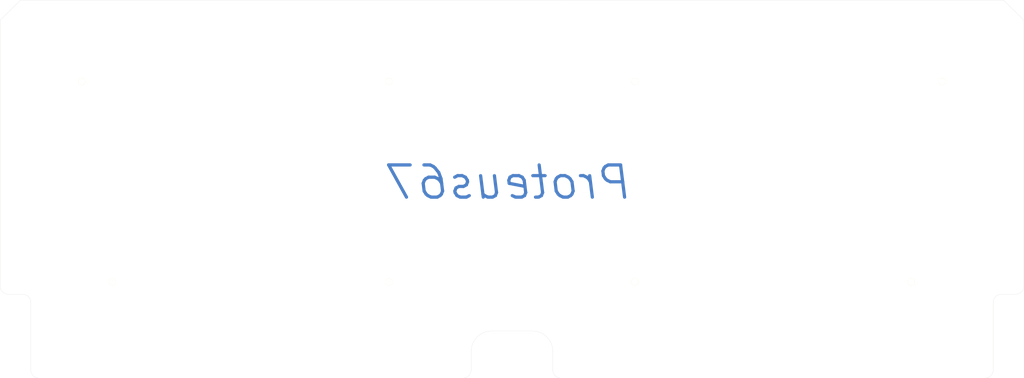
<source format=kicad_pcb>
(kicad_pcb (version 20221018) (generator pcbnew)
  (layers (0 "F.Cu" signal) (31 "B.Cu" signal) (34 "B.Paste" user) (35 "F.Paste" user) (36 "B.SilkS" user "B.Silkscreen") (37 "F.SilkS" user "F.Silkscreen") (38 "B.Mask" user) (39 "F.Mask" user) (44 "Edge.Cuts" user))
  (net 0 "")
  (footprint "Lily58-footprint:HOLE_M2" (layer "F.Cu") (at 76.645 86.125)
    (fp_text reference "HOLE_M2" hide)
    (fp_text value "VAL**" hide)
    (pad "" np_thru_hole circle (at 0 0) (size 2.2 2.2) (drill 2.2) (layers "F&B.Cu" "*.Mask" "F.SilkS") (clearance 0.8))
  )
  (footprint "Lily58-footprint:HOLE_M2" (layer "F.Cu") (at 171.895 86.125)
    (fp_text reference "HOLE_M2" hide)
    (fp_text value "VAL**" hide)
    (pad "" np_thru_hole circle (at 0 0) (size 2.2 2.2) (drill 2.2) (layers "F&B.Cu" "*.Mask" "F.SilkS") (clearance 0.8))
  )
  (footprint "Lily58-footprint:HOLE_M2" (layer "F.Cu") (at 86.17 148.355)
    (fp_text reference "HOLE_M2" hide)
    (fp_text value "VAL**" hide)
    (pad "" np_thru_hole circle (at 0 0) (size 2.2 2.2) (drill 2.2) (layers "F&B.Cu" "*.Mask" "F.SilkS") (clearance 0.8))
  )
  (footprint "" (layer "F.Cu") (at 248.095 148.355)
    (fp_text reference "" (at 0 0) (layer "F.SilkS") (effects (font (size 1.27 1.27))))
    (fp_text value "" (at 0 0) (layer "F.SilkS") (effects (font (size 1.27 1.27))))
    (pad "" np_thru_hole circle (at 0 0) (size 2.2 2.2) (drill 2.2) (layers "F&B.Cu" "*.Mask" "F.SilkS") (clearance 0.8))
  )
  (footprint "Lily58-footprint:HOLE_M2" (layer "F.Cu") (at 171.895 148.355)
    (fp_text reference "HOLE_M2" hide)
    (fp_text value "VAL**" hide)
    (pad "" np_thru_hole circle (at 0 0) (size 2.2 2.2) (drill 2.2) (layers "F&B.Cu" "*.Mask" "F.SilkS") (clearance 0.8))
  )
  (footprint "" (layer "F.Cu") (at 343.345 86.125)
    (fp_text reference "" (at 0 0) (layer "F.SilkS") (effects (font (size 1.27 1.27))))
    (fp_text value "" (at 0 0) (layer "F.SilkS") (effects (font (size 1.27 1.27))))
    (pad "" np_thru_hole circle (at 0 0) (size 2.2 2.2) (drill 2.2) (layers "F&B.Cu" "*.Mask" "F.SilkS") (clearance 0.8))
  )
  (footprint "" (layer "F.Cu") (at 248.095 86.125)
    (fp_text reference "" (at 0 0) (layer "F.SilkS") (effects (font (size 1.27 1.27))))
    (fp_text value "" (at 0 0) (layer "F.SilkS") (effects (font (size 1.27 1.27))))
    (pad "" np_thru_hole circle (at 0 0) (size 2.2 2.2) (drill 2.2) (layers "F&B.Cu" "*.Mask" "F.SilkS") (clearance 0.8))
  )
  (footprint "" (layer "F.Cu") (at 333.82 148.355)
    (fp_text reference "" (at 0 0) (layer "F.SilkS") (effects (font (size 1.27 1.27))))
    (fp_text value "" (at 0 0) (layer "F.SilkS") (effects (font (size 1.27 1.27))))
    (pad "" np_thru_hole circle (at 0 0) (size 2.2 2.2) (drill 2.2) (layers "F&B.Cu" "*.Mask" "F.SilkS") (clearance 0.8))
  )
  (gr_arc (start 197.37 175.66) (mid 196.626551 177.455844) (end 194.831 178.2) (stroke (width 0.05)) (layer "Edge.Cuts"))
  (gr_line (start 222.691 175.66) (end 222.691 169.94) (stroke (width 0.05)) (layer "Edge.Cuts"))
  (gr_line (start 362.4 60.85) (end 225.2495 60.85) (stroke (width 0.05)) (layer "Edge.Cuts"))
  (gr_line (start 53.856 152.165) (end 58.301 152.165) (stroke (width 0.05)) (layer "Edge.Cuts"))
  (gr_arc (start 197.37 169.94) (mid 199.229872 165.449872) (end 203.72 163.59) (stroke (width 0.05)) (layer "Edge.Cuts"))
  (gr_arc (start 359.22 175.66) (mid 358.476034 177.456019) (end 356.68 178.2) (stroke (width 0.05)) (layer "Edge.Cuts"))
  (gr_line (start 359.22 154.705) (end 359.22 175.66) (stroke (width 0.05)) (layer "Edge.Cuts"))
  (gr_arc (start 225.23 178.2) (mid 223.434449 177.455844) (end 222.691 175.66) (stroke (width 0.05)) (layer "Edge.Cuts"))
  (gr_arc (start 368.75 149.625) (mid 368.006034 151.421019) (end 366.21 152.165) (stroke (width 0.05)) (layer "Edge.Cuts"))
  (gr_line (start 63.381 178.2) (end 194.831 178.2) (stroke (width 0.05)) (layer "Edge.Cuts"))
  (gr_arc (start 58.301 152.165) (mid 60.097051 152.908949) (end 60.841 154.705) (stroke (width 0.05)) (layer "Edge.Cuts"))
  (gr_line (start 57.666 60.85) (end 51.316 67.1) (stroke (width 0.05)) (layer "Edge.Cuts"))
  (gr_line (start 368.75 67.1) (end 368.75 149.625) (stroke (width 0.05)) (layer "Edge.Cuts"))
  (gr_arc (start 216.341 163.59) (mid 220.831128 165.449872) (end 222.691 169.94) (stroke (width 0.05)) (layer "Edge.Cuts"))
  (gr_arc (start 63.381 178.2) (mid 61.584949 177.456051) (end 60.841 175.66) (stroke (width 0.05)) (layer "Edge.Cuts"))
  (gr_arc (start 359.22 154.705) (mid 359.963966 152.908981) (end 361.76 152.165) (stroke (width 0.05)) (layer "Edge.Cuts"))
  (gr_line (start 356.68 178.2) (end 225.23 178.2) (stroke (width 0.05)) (layer "Edge.Cuts"))
  (gr_line (start 57.666 60.85) (end 225.2495 60.85) (stroke (width 0.05)) (layer "Edge.Cuts"))
  (gr_arc (start 53.856 152.165) (mid 52.059949 151.421051) (end 51.316 149.625) (stroke (width 0.05)) (layer "Edge.Cuts"))
  (gr_line (start 197.37 175.66) (end 197.37 169.94) (stroke (width 0.05)) (layer "Edge.Cuts"))
  (gr_line (start 362.4 60.85) (end 368.75 67.1) (stroke (width 0.05)) (layer "Edge.Cuts"))
  (gr_line (start 60.841 154.705) (end 60.841 175.66) (stroke (width 0.05)) (layer "Edge.Cuts"))
  (gr_line (start 366.21 152.165) (end 361.765 152.165) (stroke (width 0.05)) (layer "Edge.Cuts"))
  (gr_line (start 51.316 67.1) (end 51.316 149.625) (stroke (width 0.05)) (layer "Edge.Cuts"))
  (gr_line (start 216.341 163.59) (end 203.72 163.59) (stroke (width 0.05)) (layer "Edge.Cuts"))
  (gr_text "Proteus67" (at 209.4 123.3) (layer "B.Cu") (effects (font (size 10 10) (thickness 1) italic) (justify bottom mirror)))
)
</source>
